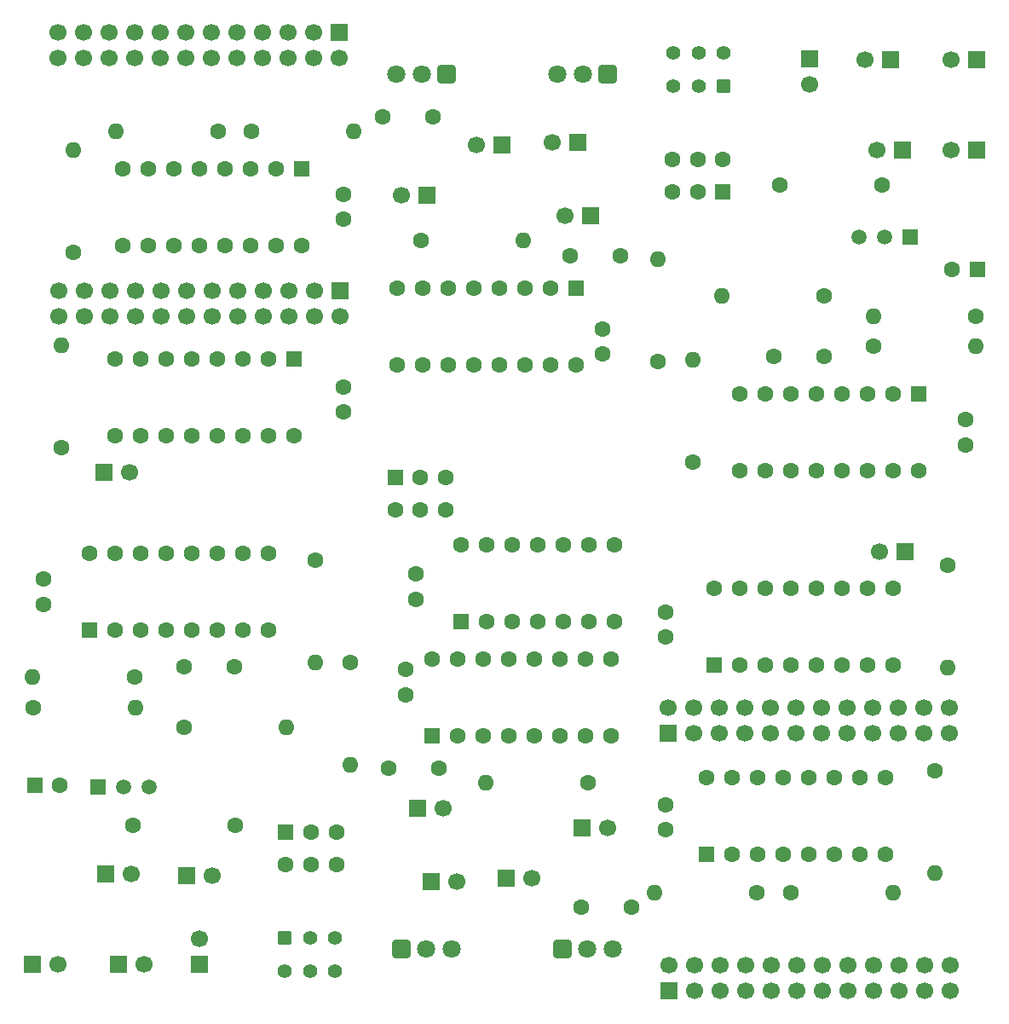
<source format=gts>
G04 #@! TF.GenerationSoftware,KiCad,Pcbnew,9.0.2*
G04 #@! TF.CreationDate,2025-06-14T15:50:34+02:00*
G04 #@! TF.ProjectId,kleingorium,6b6c6569-6e67-46f7-9269-756d2e6b6963,rev?*
G04 #@! TF.SameCoordinates,Original*
G04 #@! TF.FileFunction,Soldermask,Top*
G04 #@! TF.FilePolarity,Negative*
%FSLAX46Y46*%
G04 Gerber Fmt 4.6, Leading zero omitted, Abs format (unit mm)*
G04 Created by KiCad (PCBNEW 9.0.2) date 2025-06-14 15:50:34*
%MOMM*%
%LPD*%
G01*
G04 APERTURE LIST*
G04 Aperture macros list*
%AMRoundRect*
0 Rectangle with rounded corners*
0 $1 Rounding radius*
0 $2 $3 $4 $5 $6 $7 $8 $9 X,Y pos of 4 corners*
0 Add a 4 corners polygon primitive as box body*
4,1,4,$2,$3,$4,$5,$6,$7,$8,$9,$2,$3,0*
0 Add four circle primitives for the rounded corners*
1,1,$1+$1,$2,$3*
1,1,$1+$1,$4,$5*
1,1,$1+$1,$6,$7*
1,1,$1+$1,$8,$9*
0 Add four rect primitives between the rounded corners*
20,1,$1+$1,$2,$3,$4,$5,0*
20,1,$1+$1,$4,$5,$6,$7,0*
20,1,$1+$1,$6,$7,$8,$9,0*
20,1,$1+$1,$8,$9,$2,$3,0*%
G04 Aperture macros list end*
%ADD10R,1.700000X1.700000*%
%ADD11C,1.700000*%
%ADD12RoundRect,0.250000X-0.550000X0.550000X-0.550000X-0.550000X0.550000X-0.550000X0.550000X0.550000X0*%
%ADD13C,1.600000*%
%ADD14R,1.500000X1.500000*%
%ADD15C,1.500000*%
%ADD16O,1.600000X1.600000*%
%ADD17RoundRect,0.250000X0.550000X-0.550000X0.550000X0.550000X-0.550000X0.550000X-0.550000X-0.550000X0*%
%ADD18RoundRect,0.250000X-0.650000X0.650000X-0.650000X-0.650000X0.650000X-0.650000X0.650000X0.650000X0*%
%ADD19C,1.800000*%
%ADD20R,1.600000X1.600000*%
%ADD21RoundRect,0.250000X0.650000X-0.650000X0.650000X0.650000X-0.650000X0.650000X-0.650000X-0.650000X0*%
%ADD22RoundRect,0.250000X-0.450000X-0.450000X0.450000X-0.450000X0.450000X0.450000X-0.450000X0.450000X0*%
%ADD23C,1.400000*%
%ADD24RoundRect,0.250000X0.450000X0.450000X-0.450000X0.450000X-0.450000X-0.450000X0.450000X-0.450000X0*%
G04 APERTURE END LIST*
D10*
G04 #@! TO.C,J10*
X98430000Y-142000000D03*
D11*
X100970000Y-142000000D03*
G04 #@! TD*
D12*
G04 #@! TO.C,U12*
X115940000Y-81855000D03*
D13*
X113400000Y-81855000D03*
X110860000Y-81855000D03*
X108320000Y-81855000D03*
X105780000Y-81855000D03*
X103240000Y-81855000D03*
X100700000Y-81855000D03*
X98160000Y-81855000D03*
X98160000Y-89475000D03*
X100700000Y-89475000D03*
X103240000Y-89475000D03*
X105780000Y-89475000D03*
X108320000Y-89475000D03*
X110860000Y-89475000D03*
X113400000Y-89475000D03*
X115940000Y-89475000D03*
G04 #@! TD*
D14*
G04 #@! TO.C,Q2*
X177130000Y-69805000D03*
D15*
X174590000Y-69805000D03*
X172050000Y-69805000D03*
G04 #@! TD*
D13*
G04 #@! TO.C,R12*
X104965000Y-118500000D03*
D16*
X115125000Y-118500000D03*
G04 #@! TD*
D13*
G04 #@! TO.C,C20*
X120780000Y-68025000D03*
X120780000Y-65525000D03*
G04 #@! TD*
D17*
G04 #@! TO.C,U3*
X129650000Y-119305000D03*
D13*
X132190000Y-119305000D03*
X134730000Y-119305000D03*
X137270000Y-119305000D03*
X139810000Y-119305000D03*
X142350000Y-119305000D03*
X144890000Y-119305000D03*
X147430000Y-119305000D03*
X147430000Y-111685000D03*
X144890000Y-111685000D03*
X142350000Y-111685000D03*
X139810000Y-111685000D03*
X137270000Y-111685000D03*
X134730000Y-111685000D03*
X132190000Y-111685000D03*
X129650000Y-111685000D03*
G04 #@! TD*
G04 #@! TO.C,R1*
X145080000Y-124000000D03*
D16*
X134920000Y-124000000D03*
G04 #@! TD*
D13*
G04 #@! TO.C,R10*
X179610000Y-122810000D03*
D16*
X179610000Y-132970000D03*
G04 #@! TD*
D13*
G04 #@! TO.C,R8*
X161890000Y-134890000D03*
D16*
X151730000Y-134890000D03*
G04 #@! TD*
D13*
G04 #@! TO.C,R26*
X173510000Y-80665000D03*
D16*
X183670000Y-80665000D03*
G04 #@! TD*
D10*
G04 #@! TO.C,J2*
X153105000Y-119045000D03*
D11*
X153105000Y-116505000D03*
X155645000Y-119045000D03*
X155645000Y-116505000D03*
X158185000Y-119045000D03*
X158185000Y-116505000D03*
X160725000Y-119045000D03*
X160725000Y-116505000D03*
X163265000Y-119045000D03*
X163265000Y-116505000D03*
X165805000Y-119045000D03*
X165805000Y-116505000D03*
X168345000Y-119045000D03*
X168345000Y-116505000D03*
X170885000Y-119045000D03*
X170885000Y-116505000D03*
X173425000Y-119045000D03*
X173425000Y-116505000D03*
X175965000Y-119045000D03*
X175965000Y-116505000D03*
X178505000Y-119045000D03*
X178505000Y-116505000D03*
X181045000Y-119045000D03*
X181045000Y-116505000D03*
G04 #@! TD*
D13*
G04 #@! TO.C,C2*
X130290000Y-122500000D03*
X125290000Y-122500000D03*
G04 #@! TD*
G04 #@! TO.C,R7*
X180805000Y-102425000D03*
D16*
X180805000Y-112585000D03*
G04 #@! TD*
D13*
G04 #@! TO.C,C1*
X105000000Y-112500000D03*
X110000000Y-112500000D03*
G04 #@! TD*
D18*
G04 #@! TO.C,R6*
X142540000Y-140500000D03*
D19*
X145040000Y-140500000D03*
X147540000Y-140500000D03*
G04 #@! TD*
D20*
G04 #@! TO.C,SW3*
X125950000Y-93650000D03*
D13*
X128450000Y-93650000D03*
X130950000Y-93650000D03*
X125950000Y-96850000D03*
X128450000Y-96850000D03*
X130950000Y-96850000D03*
G04 #@! TD*
D10*
G04 #@! TO.C,J5*
X137000000Y-133500000D03*
D11*
X139540000Y-133500000D03*
G04 #@! TD*
D20*
G04 #@! TO.C,C10*
X90129900Y-124250000D03*
D13*
X92629900Y-124250000D03*
G04 #@! TD*
D17*
G04 #@! TO.C,U2*
X156920000Y-131115000D03*
D13*
X159460000Y-131115000D03*
X162000000Y-131115000D03*
X164540000Y-131115000D03*
X167080000Y-131115000D03*
X169620000Y-131115000D03*
X172160000Y-131115000D03*
X174700000Y-131115000D03*
X174700000Y-123495000D03*
X172160000Y-123495000D03*
X169620000Y-123495000D03*
X167080000Y-123495000D03*
X164540000Y-123495000D03*
X162000000Y-123495000D03*
X159460000Y-123495000D03*
X156920000Y-123495000D03*
G04 #@! TD*
D17*
G04 #@! TO.C,U1*
X95610000Y-108805000D03*
D13*
X98150000Y-108805000D03*
X100690000Y-108805000D03*
X103230000Y-108805000D03*
X105770000Y-108805000D03*
X108310000Y-108805000D03*
X110850000Y-108805000D03*
X113390000Y-108805000D03*
X113390000Y-101185000D03*
X110850000Y-101185000D03*
X108310000Y-101185000D03*
X105770000Y-101185000D03*
X103230000Y-101185000D03*
X100690000Y-101185000D03*
X98150000Y-101185000D03*
X95610000Y-101185000D03*
G04 #@! TD*
D10*
G04 #@! TO.C,J7*
X97225000Y-133000000D03*
D11*
X99765000Y-133000000D03*
G04 #@! TD*
D20*
G04 #@! TO.C,SW2*
X115092500Y-128900000D03*
D13*
X117592500Y-128900000D03*
X120092500Y-128900000D03*
X115092500Y-132100000D03*
X117592500Y-132100000D03*
X120092500Y-132100000D03*
G04 #@! TD*
D10*
G04 #@! TO.C,J9*
X128195000Y-126500000D03*
D11*
X130735000Y-126500000D03*
G04 #@! TD*
D13*
G04 #@! TO.C,C8*
X168590000Y-81665000D03*
X163590000Y-81665000D03*
G04 #@! TD*
G04 #@! TO.C,R14*
X183630000Y-77665000D03*
D16*
X173470000Y-77665000D03*
G04 #@! TD*
D10*
G04 #@! TO.C,J3*
X176580000Y-101005000D03*
D11*
X174040000Y-101005000D03*
G04 #@! TD*
D10*
G04 #@! TO.C,J15*
X145395000Y-67665000D03*
D11*
X142855000Y-67665000D03*
G04 #@! TD*
D21*
G04 #@! TO.C,R34*
X131070000Y-53640000D03*
D19*
X128570000Y-53640000D03*
X126070000Y-53640000D03*
G04 #@! TD*
D13*
G04 #@! TO.C,R2*
X100080000Y-113500000D03*
D16*
X89920000Y-113500000D03*
G04 #@! TD*
D13*
G04 #@! TO.C,C17*
X182590000Y-90415000D03*
X182590000Y-87915000D03*
G04 #@! TD*
D10*
G04 #@! TO.C,J22*
X120400000Y-49500000D03*
D11*
X120400000Y-52040000D03*
X117860000Y-49500000D03*
X117860000Y-52040000D03*
X115320000Y-49500000D03*
X115320000Y-52040000D03*
X112780000Y-49500000D03*
X112780000Y-52040000D03*
X110240000Y-49500000D03*
X110240000Y-52040000D03*
X107700000Y-49500000D03*
X107700000Y-52040000D03*
X105160000Y-49500000D03*
X105160000Y-52040000D03*
X102620000Y-49500000D03*
X102620000Y-52040000D03*
X100080000Y-49500000D03*
X100080000Y-52040000D03*
X97540000Y-49500000D03*
X97540000Y-52040000D03*
X95000000Y-49500000D03*
X95000000Y-52040000D03*
X92460000Y-49500000D03*
X92460000Y-52040000D03*
G04 #@! TD*
D10*
G04 #@! TO.C,J13*
X167110000Y-52100000D03*
D11*
X167110000Y-54640000D03*
G04 #@! TD*
D13*
G04 #@! TO.C,C19*
X146590000Y-81415000D03*
X146590000Y-78915000D03*
G04 #@! TD*
G04 #@! TO.C,R9*
X165230000Y-134890000D03*
D16*
X175390000Y-134890000D03*
G04 #@! TD*
D13*
G04 #@! TO.C,R32*
X152090000Y-82165000D03*
D16*
X152090000Y-72005000D03*
G04 #@! TD*
D10*
G04 #@! TO.C,J11*
X89930000Y-142000000D03*
D11*
X92470000Y-142000000D03*
G04 #@! TD*
D12*
G04 #@! TO.C,U14*
X116670000Y-63050000D03*
D13*
X114130000Y-63050000D03*
X111590000Y-63050000D03*
X109050000Y-63050000D03*
X106510000Y-63050000D03*
X103970000Y-63050000D03*
X101430000Y-63050000D03*
X98890000Y-63050000D03*
X98890000Y-70670000D03*
X101430000Y-70670000D03*
X103970000Y-70670000D03*
X106510000Y-70670000D03*
X109050000Y-70670000D03*
X111590000Y-70670000D03*
X114130000Y-70670000D03*
X116670000Y-70670000D03*
G04 #@! TD*
D20*
G04 #@! TO.C,SW5*
X158497500Y-65265000D03*
D13*
X155997500Y-65265000D03*
X153497500Y-65265000D03*
X158497500Y-62065000D03*
X155997500Y-62065000D03*
X153497500Y-62065000D03*
G04 #@! TD*
D10*
G04 #@! TO.C,J24*
X183680000Y-52140000D03*
D11*
X181140000Y-52140000D03*
G04 #@! TD*
D10*
G04 #@! TO.C,J14*
X183680000Y-61140000D03*
D11*
X181140000Y-61140000D03*
G04 #@! TD*
D13*
G04 #@! TO.C,C14*
X127000000Y-112750000D03*
X127000000Y-115250000D03*
G04 #@! TD*
G04 #@! TO.C,R30*
X155500000Y-92160000D03*
D16*
X155500000Y-82000000D03*
G04 #@! TD*
D13*
G04 #@! TO.C,C15*
X91000000Y-103750000D03*
X91000000Y-106250000D03*
G04 #@! TD*
G04 #@! TO.C,R28*
X108360000Y-59275000D03*
D16*
X98200000Y-59275000D03*
G04 #@! TD*
D10*
G04 #@! TO.C,J6*
X106500000Y-142040000D03*
D11*
X106500000Y-139500000D03*
G04 #@! TD*
D22*
G04 #@! TO.C,SW1*
X115000000Y-139357500D03*
D23*
X117500000Y-139357500D03*
X120000000Y-139357500D03*
X120000000Y-142657500D03*
X117500000Y-142657500D03*
X115000000Y-142657500D03*
G04 #@! TD*
D10*
G04 #@! TO.C,J21*
X120485000Y-75120000D03*
D11*
X120485000Y-77660000D03*
X117945000Y-75120000D03*
X117945000Y-77660000D03*
X115405000Y-75120000D03*
X115405000Y-77660000D03*
X112865000Y-75120000D03*
X112865000Y-77660000D03*
X110325000Y-75120000D03*
X110325000Y-77660000D03*
X107785000Y-75120000D03*
X107785000Y-77660000D03*
X105245000Y-75120000D03*
X105245000Y-77660000D03*
X102705000Y-75120000D03*
X102705000Y-77660000D03*
X100165000Y-75120000D03*
X100165000Y-77660000D03*
X97625000Y-75120000D03*
X97625000Y-77660000D03*
X95085000Y-75120000D03*
X95085000Y-77660000D03*
X92545000Y-75120000D03*
X92545000Y-77660000D03*
G04 #@! TD*
D18*
G04 #@! TO.C,R5*
X126540000Y-140500000D03*
D19*
X129040000Y-140500000D03*
X131540000Y-140500000D03*
G04 #@! TD*
D17*
G04 #@! TO.C,U4*
X157650000Y-112310000D03*
D13*
X160190000Y-112310000D03*
X162730000Y-112310000D03*
X165270000Y-112310000D03*
X167810000Y-112310000D03*
X170350000Y-112310000D03*
X172890000Y-112310000D03*
X175430000Y-112310000D03*
X175430000Y-104690000D03*
X172890000Y-104690000D03*
X170350000Y-104690000D03*
X167810000Y-104690000D03*
X165270000Y-104690000D03*
X162730000Y-104690000D03*
X160190000Y-104690000D03*
X157650000Y-104690000D03*
G04 #@! TD*
G04 #@! TO.C,C7*
X143300000Y-71665000D03*
X148300000Y-71665000D03*
G04 #@! TD*
G04 #@! TO.C,R11*
X89960000Y-116500000D03*
D16*
X100120000Y-116500000D03*
G04 #@! TD*
D10*
G04 #@! TO.C,J12*
X144500000Y-128500000D03*
D11*
X147040000Y-128500000D03*
G04 #@! TD*
D13*
G04 #@! TO.C,R27*
X92785000Y-90680000D03*
D16*
X92785000Y-80520000D03*
G04 #@! TD*
D21*
G04 #@! TO.C,R33*
X147070000Y-53640000D03*
D19*
X144570000Y-53640000D03*
X142070000Y-53640000D03*
G04 #@! TD*
D14*
G04 #@! TO.C,Q1*
X96460000Y-124360000D03*
D15*
X99000000Y-124360000D03*
X101540000Y-124360000D03*
G04 #@! TD*
D10*
G04 #@! TO.C,J4*
X129500000Y-133805000D03*
D11*
X132040000Y-133805000D03*
G04 #@! TD*
D12*
G04 #@! TO.C,U15*
X177980000Y-85360000D03*
D13*
X175440000Y-85360000D03*
X172900000Y-85360000D03*
X170360000Y-85360000D03*
X167820000Y-85360000D03*
X165280000Y-85360000D03*
X162740000Y-85360000D03*
X160200000Y-85360000D03*
X160200000Y-92980000D03*
X162740000Y-92980000D03*
X165280000Y-92980000D03*
X167820000Y-92980000D03*
X170360000Y-92980000D03*
X172900000Y-92980000D03*
X175440000Y-92980000D03*
X177980000Y-92980000D03*
G04 #@! TD*
G04 #@! TO.C,R3*
X121500000Y-112000000D03*
D16*
X121500000Y-122160000D03*
G04 #@! TD*
D13*
G04 #@! TO.C,R31*
X111700000Y-59275000D03*
D16*
X121860000Y-59275000D03*
G04 #@! TD*
D13*
G04 #@! TO.C,R29*
X128510000Y-70165000D03*
D16*
X138670000Y-70165000D03*
G04 #@! TD*
D10*
G04 #@! TO.C,J16*
X136590000Y-60665000D03*
D11*
X134050000Y-60665000D03*
G04 #@! TD*
D13*
G04 #@! TO.C,C9*
X129700000Y-57860000D03*
X124700000Y-57860000D03*
G04 #@! TD*
G04 #@! TO.C,C16*
X120785000Y-87160000D03*
X120785000Y-84660000D03*
G04 #@! TD*
D20*
G04 #@! TO.C,C18*
X183805113Y-73000000D03*
D13*
X181305113Y-73000000D03*
G04 #@! TD*
G04 #@! TO.C,R25*
X93980000Y-71355000D03*
D16*
X93980000Y-61195000D03*
G04 #@! TD*
D10*
G04 #@! TO.C,J19*
X144090000Y-60360000D03*
D11*
X141550000Y-60360000D03*
G04 #@! TD*
D13*
G04 #@! TO.C,C3*
X144445000Y-136305000D03*
X149445000Y-136305000D03*
G04 #@! TD*
G04 #@! TO.C,C12*
X152805000Y-107005000D03*
X152805000Y-109505000D03*
G04 #@! TD*
D24*
G04 #@! TO.C,SW4*
X158590000Y-54807500D03*
D23*
X156090000Y-54807500D03*
X153590000Y-54807500D03*
X153590000Y-51507500D03*
X156090000Y-51507500D03*
X158590000Y-51507500D03*
G04 #@! TD*
D17*
G04 #@! TO.C,U5*
X132500000Y-108000000D03*
D13*
X135040000Y-108000000D03*
X137580000Y-108000000D03*
X140120000Y-108000000D03*
X142660000Y-108000000D03*
X145200000Y-108000000D03*
X147740000Y-108000000D03*
X147740000Y-100380000D03*
X145200000Y-100380000D03*
X142660000Y-100380000D03*
X140120000Y-100380000D03*
X137580000Y-100380000D03*
X135040000Y-100380000D03*
X132500000Y-100380000D03*
G04 #@! TD*
G04 #@! TO.C,C11*
X128000000Y-103250000D03*
X128000000Y-105750000D03*
G04 #@! TD*
D10*
G04 #@! TO.C,J17*
X176385000Y-61140000D03*
D11*
X173845000Y-61140000D03*
G04 #@! TD*
D13*
G04 #@! TO.C,R16*
X164120000Y-64600000D03*
X174280000Y-64600000D03*
G04 #@! TD*
D10*
G04 #@! TO.C,J20*
X97010000Y-93160000D03*
D11*
X99550000Y-93160000D03*
G04 #@! TD*
D13*
G04 #@! TO.C,R13*
X168580000Y-75665000D03*
D16*
X158420000Y-75665000D03*
G04 #@! TD*
D10*
G04 #@! TO.C,J18*
X129090000Y-65665000D03*
D11*
X126550000Y-65665000D03*
G04 #@! TD*
D13*
G04 #@! TO.C,R15*
X99920000Y-128200000D03*
X110080000Y-128200000D03*
G04 #@! TD*
D10*
G04 #@! TO.C,J8*
X105200000Y-133200000D03*
D11*
X107740000Y-133200000D03*
G04 #@! TD*
D10*
G04 #@! TO.C,J23*
X175180000Y-52140000D03*
D11*
X172640000Y-52140000D03*
G04 #@! TD*
D12*
G04 #@! TO.C,U13*
X143940000Y-74860000D03*
D13*
X141400000Y-74860000D03*
X138860000Y-74860000D03*
X136320000Y-74860000D03*
X133780000Y-74860000D03*
X131240000Y-74860000D03*
X128700000Y-74860000D03*
X126160000Y-74860000D03*
X126160000Y-82480000D03*
X128700000Y-82480000D03*
X131240000Y-82480000D03*
X133780000Y-82480000D03*
X136320000Y-82480000D03*
X138860000Y-82480000D03*
X141400000Y-82480000D03*
X143940000Y-82480000D03*
G04 #@! TD*
G04 #@! TO.C,C13*
X152810000Y-126140000D03*
X152810000Y-128640000D03*
G04 #@! TD*
G04 #@! TO.C,R4*
X118000000Y-101920000D03*
D16*
X118000000Y-112080000D03*
G04 #@! TD*
D10*
G04 #@! TO.C,J1*
X153190000Y-144665000D03*
D11*
X153190000Y-142125000D03*
X155730000Y-144665000D03*
X155730000Y-142125000D03*
X158270000Y-144665000D03*
X158270000Y-142125000D03*
X160810000Y-144665000D03*
X160810000Y-142125000D03*
X163350000Y-144665000D03*
X163350000Y-142125000D03*
X165890000Y-144665000D03*
X165890000Y-142125000D03*
X168430000Y-144665000D03*
X168430000Y-142125000D03*
X170970000Y-144665000D03*
X170970000Y-142125000D03*
X173510000Y-144665000D03*
X173510000Y-142125000D03*
X176050000Y-144665000D03*
X176050000Y-142125000D03*
X178590000Y-144665000D03*
X178590000Y-142125000D03*
X181130000Y-144665000D03*
X181130000Y-142125000D03*
G04 #@! TD*
M02*

</source>
